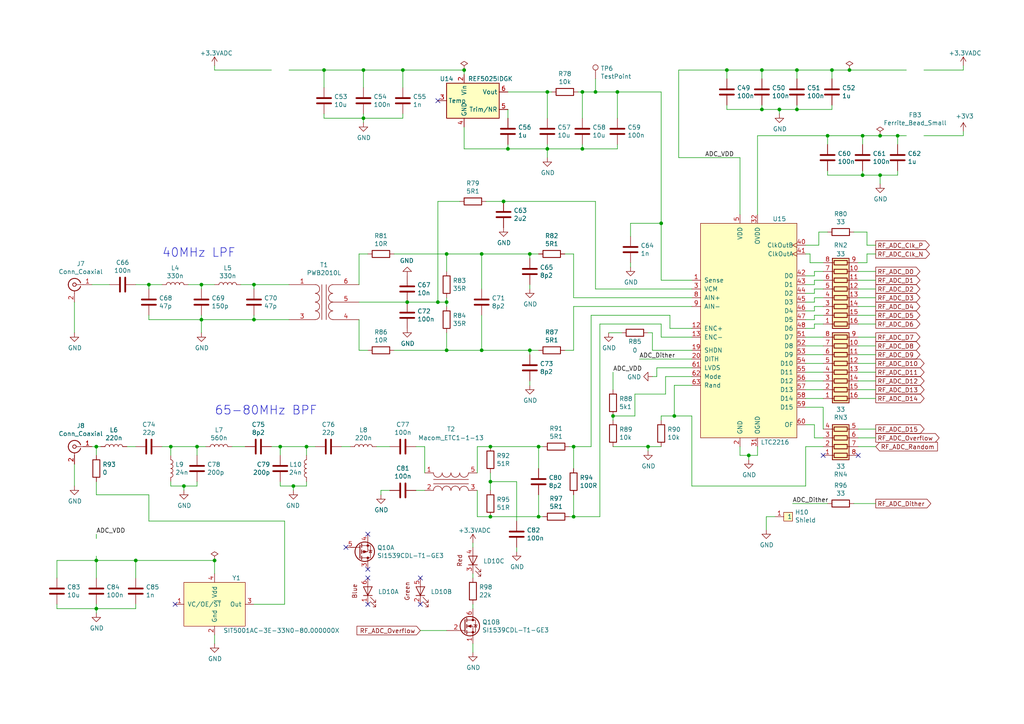
<source format=kicad_sch>
(kicad_sch (version 20210126) (generator eeschema)
  (paper "A4")
  (title_block (rev "DRAFT") (company "M0WUT"))
  (junction (at 27.94 129.54) (diameter 0.9144))
  (junction (at 27.94 162.56) (diameter 0.9144))
  (junction (at 27.94 176.53) (diameter 0.9144))
  (junction (at 39.37 162.56) (diameter 0.9144))
  (junction (at 43.18 82.55) (diameter 0.9144))
  (junction (at 49.53 129.54) (diameter 0.9144))
  (junction (at 53.34 140.97) (diameter 0.9144))
  (junction (at 57.15 129.54) (diameter 0.9144))
  (junction (at 58.42 82.55) (diameter 0.9144))
  (junction (at 58.42 92.71) (diameter 0.9144))
  (junction (at 62.23 162.56) (diameter 0.9144))
  (junction (at 73.66 82.55) (diameter 0.9144))
  (junction (at 73.66 92.71) (diameter 0.9144))
  (junction (at 81.28 129.54) (diameter 0.9144))
  (junction (at 85.09 140.97) (diameter 0.9144))
  (junction (at 88.9 129.54) (diameter 0.9144))
  (junction (at 93.98 20.32) (diameter 0.9144))
  (junction (at 105.41 20.32) (diameter 0.9144))
  (junction (at 105.41 34.29) (diameter 0.9144))
  (junction (at 116.84 20.32) (diameter 0.9144))
  (junction (at 118.11 87.63) (diameter 0.9144))
  (junction (at 127 87.63) (diameter 0.9144))
  (junction (at 129.54 73.66) (diameter 0.9144))
  (junction (at 129.54 87.63) (diameter 0.9144))
  (junction (at 129.54 101.6) (diameter 0.9144))
  (junction (at 134.62 20.32) (diameter 0.9144))
  (junction (at 139.7 73.66) (diameter 0.9144))
  (junction (at 139.7 101.6) (diameter 0.9144))
  (junction (at 142.24 129.54) (diameter 0.9144))
  (junction (at 142.24 139.7) (diameter 0.9144))
  (junction (at 142.24 149.86) (diameter 0.9144))
  (junction (at 146.05 58.42) (diameter 0.9144))
  (junction (at 147.32 43.18) (diameter 0.9144))
  (junction (at 153.67 73.66) (diameter 0.9144))
  (junction (at 153.67 101.6) (diameter 0.9144))
  (junction (at 156.21 129.54) (diameter 0.9144))
  (junction (at 156.21 149.86) (diameter 0.9144))
  (junction (at 158.75 26.67) (diameter 0.9144))
  (junction (at 158.75 43.18) (diameter 0.9144))
  (junction (at 166.37 129.54) (diameter 0.9144))
  (junction (at 166.37 149.86) (diameter 0.9144))
  (junction (at 168.91 26.67) (diameter 0.9144))
  (junction (at 168.91 43.18) (diameter 0.9144))
  (junction (at 172.72 26.67) (diameter 0.9144))
  (junction (at 177.8 120.65) (diameter 0.9144))
  (junction (at 179.07 26.67) (diameter 0.9144))
  (junction (at 187.96 129.54) (diameter 0.9144))
  (junction (at 191.77 64.77) (diameter 0.9144))
  (junction (at 195.58 120.65) (diameter 0.9144))
  (junction (at 210.82 20.32) (diameter 0.9144))
  (junction (at 217.17 132.08) (diameter 0.9144))
  (junction (at 220.98 20.32) (diameter 0.9144))
  (junction (at 220.98 31.75) (diameter 0.9144))
  (junction (at 226.06 31.75) (diameter 0.9144))
  (junction (at 231.14 20.32) (diameter 0.9144))
  (junction (at 231.14 31.75) (diameter 0.9144))
  (junction (at 240.03 39.37) (diameter 0.9144))
  (junction (at 241.3 20.32) (diameter 0.9144))
  (junction (at 246.38 20.32) (diameter 0.9144))
  (junction (at 250.19 39.37) (diameter 0.9144))
  (junction (at 250.19 50.8) (diameter 0.9144))
  (junction (at 255.27 39.37) (diameter 0.9144))
  (junction (at 255.27 50.8) (diameter 0.9144))
  (junction (at 260.35 39.37) (diameter 0.9144))
  (no_connect (at 50.8 175.26))
  (no_connect (at 100.33 158.75))
  (no_connect (at 106.68 154.94))
  (no_connect (at 106.68 165.1))
  (no_connect (at 106.68 167.64))
  (no_connect (at 106.68 175.26))
  (no_connect (at 121.92 167.64))
  (no_connect (at 121.92 175.26))
  (no_connect (at 127 29.21))
  (no_connect (at 238.76 132.08))
  (no_connect (at 248.92 132.08))
  (wire (pts (xy 16.51 162.56) (xy 27.94 162.56)))
  (wire (pts (xy 16.51 167.64) (xy 16.51 162.56)))
  (wire (pts (xy 16.51 175.26) (xy 16.51 176.53)))
  (wire (pts (xy 16.51 176.53) (xy 27.94 176.53)))
  (wire (pts (xy 21.59 87.63) (xy 21.59 96.52)))
  (wire (pts (xy 21.59 140.97) (xy 21.59 134.62)))
  (wire (pts (xy 26.67 82.55) (xy 31.75 82.55)))
  (wire (pts (xy 26.67 129.54) (xy 27.94 129.54)))
  (wire (pts (xy 27.94 129.54) (xy 29.21 129.54)))
  (wire (pts (xy 27.94 132.08) (xy 27.94 129.54)))
  (wire (pts (xy 27.94 143.51) (xy 27.94 139.7)))
  (wire (pts (xy 27.94 143.51) (xy 43.18 143.51)))
  (wire (pts (xy 27.94 154.94) (xy 27.94 156.21)))
  (wire (pts (xy 27.94 161.29) (xy 27.94 162.56)))
  (wire (pts (xy 27.94 162.56) (xy 39.37 162.56)))
  (wire (pts (xy 27.94 167.64) (xy 27.94 162.56)))
  (wire (pts (xy 27.94 175.26) (xy 27.94 176.53)))
  (wire (pts (xy 27.94 176.53) (xy 39.37 176.53)))
  (wire (pts (xy 27.94 177.8) (xy 27.94 176.53)))
  (wire (pts (xy 36.83 129.54) (xy 39.37 129.54)))
  (wire (pts (xy 39.37 82.55) (xy 43.18 82.55)))
  (wire (pts (xy 39.37 162.56) (xy 62.23 162.56)))
  (wire (pts (xy 39.37 167.64) (xy 39.37 162.56)))
  (wire (pts (xy 39.37 176.53) (xy 39.37 175.26)))
  (wire (pts (xy 43.18 82.55) (xy 46.99 82.55)))
  (wire (pts (xy 43.18 83.82) (xy 43.18 82.55)))
  (wire (pts (xy 43.18 92.71) (xy 43.18 91.44)))
  (wire (pts (xy 43.18 143.51) (xy 43.18 151.13)))
  (wire (pts (xy 43.18 151.13) (xy 82.55 151.13)))
  (wire (pts (xy 46.99 129.54) (xy 49.53 129.54)))
  (wire (pts (xy 49.53 129.54) (xy 57.15 129.54)))
  (wire (pts (xy 49.53 132.08) (xy 49.53 129.54)))
  (wire (pts (xy 49.53 139.7) (xy 49.53 140.97)))
  (wire (pts (xy 49.53 140.97) (xy 53.34 140.97)))
  (wire (pts (xy 53.34 140.97) (xy 57.15 140.97)))
  (wire (pts (xy 53.34 142.24) (xy 53.34 140.97)))
  (wire (pts (xy 54.61 82.55) (xy 58.42 82.55)))
  (wire (pts (xy 57.15 129.54) (xy 57.15 132.08)))
  (wire (pts (xy 57.15 140.97) (xy 57.15 139.7)))
  (wire (pts (xy 58.42 82.55) (xy 62.23 82.55)))
  (wire (pts (xy 58.42 83.82) (xy 58.42 82.55)))
  (wire (pts (xy 58.42 91.44) (xy 58.42 92.71)))
  (wire (pts (xy 58.42 92.71) (xy 43.18 92.71)))
  (wire (pts (xy 58.42 92.71) (xy 58.42 96.52)))
  (wire (pts (xy 58.42 92.71) (xy 73.66 92.71)))
  (wire (pts (xy 59.69 129.54) (xy 57.15 129.54)))
  (wire (pts (xy 62.23 19.05) (xy 62.23 20.32)))
  (wire (pts (xy 62.23 20.32) (xy 78.74 20.32)))
  (wire (pts (xy 62.23 162.56) (xy 62.23 166.37)))
  (wire (pts (xy 62.23 186.69) (xy 62.23 184.15)))
  (wire (pts (xy 67.31 129.54) (xy 71.12 129.54)))
  (wire (pts (xy 73.66 82.55) (xy 69.85 82.55)))
  (wire (pts (xy 73.66 83.82) (xy 73.66 82.55)))
  (wire (pts (xy 73.66 92.71) (xy 73.66 91.44)))
  (wire (pts (xy 73.66 175.26) (xy 82.55 175.26)))
  (wire (pts (xy 78.74 129.54) (xy 81.28 129.54)))
  (wire (pts (xy 81.28 129.54) (xy 81.28 132.08)))
  (wire (pts (xy 81.28 129.54) (xy 88.9 129.54)))
  (wire (pts (xy 81.28 140.97) (xy 81.28 139.7)))
  (wire (pts (xy 82.55 151.13) (xy 82.55 175.26)))
  (wire (pts (xy 83.82 20.32) (xy 93.98 20.32)))
  (wire (pts (xy 83.82 82.55) (xy 73.66 82.55)))
  (wire (pts (xy 83.82 92.71) (xy 73.66 92.71)))
  (wire (pts (xy 85.09 140.97) (xy 81.28 140.97)))
  (wire (pts (xy 85.09 142.24) (xy 85.09 140.97)))
  (wire (pts (xy 88.9 132.08) (xy 88.9 129.54)))
  (wire (pts (xy 88.9 139.7) (xy 88.9 140.97)))
  (wire (pts (xy 88.9 140.97) (xy 85.09 140.97)))
  (wire (pts (xy 91.44 129.54) (xy 88.9 129.54)))
  (wire (pts (xy 93.98 20.32) (xy 105.41 20.32)))
  (wire (pts (xy 93.98 25.4) (xy 93.98 20.32)))
  (wire (pts (xy 93.98 33.02) (xy 93.98 34.29)))
  (wire (pts (xy 93.98 34.29) (xy 105.41 34.29)))
  (wire (pts (xy 101.6 129.54) (xy 99.06 129.54)))
  (wire (pts (xy 104.14 73.66) (xy 104.14 82.55)))
  (wire (pts (xy 104.14 87.63) (xy 118.11 87.63)))
  (wire (pts (xy 104.14 92.71) (xy 104.14 101.6)))
  (wire (pts (xy 104.14 101.6) (xy 106.68 101.6)))
  (wire (pts (xy 105.41 20.32) (xy 116.84 20.32)))
  (wire (pts (xy 105.41 25.4) (xy 105.41 20.32)))
  (wire (pts (xy 105.41 33.02) (xy 105.41 34.29)))
  (wire (pts (xy 105.41 34.29) (xy 116.84 34.29)))
  (wire (pts (xy 105.41 35.56) (xy 105.41 34.29)))
  (wire (pts (xy 106.68 73.66) (xy 104.14 73.66)))
  (wire (pts (xy 109.22 129.54) (xy 113.03 129.54)))
  (wire (pts (xy 110.49 142.24) (xy 110.49 143.51)))
  (wire (pts (xy 113.03 142.24) (xy 110.49 142.24)))
  (wire (pts (xy 114.3 73.66) (xy 129.54 73.66)))
  (wire (pts (xy 114.3 101.6) (xy 129.54 101.6)))
  (wire (pts (xy 116.84 20.32) (xy 134.62 20.32)))
  (wire (pts (xy 116.84 25.4) (xy 116.84 20.32)))
  (wire (pts (xy 116.84 34.29) (xy 116.84 33.02)))
  (wire (pts (xy 118.11 87.63) (xy 127 87.63)))
  (wire (pts (xy 120.65 129.54) (xy 123.19 129.54)))
  (wire (pts (xy 120.65 142.24) (xy 123.19 142.24)))
  (wire (pts (xy 123.19 137.16) (xy 123.19 129.54)))
  (wire (pts (xy 127 58.42) (xy 127 87.63)))
  (wire (pts (xy 127 87.63) (xy 129.54 87.63)))
  (wire (pts (xy 129.54 73.66) (xy 129.54 78.74)))
  (wire (pts (xy 129.54 73.66) (xy 139.7 73.66)))
  (wire (pts (xy 129.54 87.63) (xy 129.54 86.36)))
  (wire (pts (xy 129.54 88.9) (xy 129.54 87.63)))
  (wire (pts (xy 129.54 101.6) (xy 129.54 96.52)))
  (wire (pts (xy 129.54 101.6) (xy 139.7 101.6)))
  (wire (pts (xy 129.54 182.88) (xy 121.92 182.88)))
  (wire (pts (xy 133.35 58.42) (xy 127 58.42)))
  (wire (pts (xy 134.62 21.59) (xy 134.62 20.32)))
  (wire (pts (xy 134.62 36.83) (xy 134.62 43.18)))
  (wire (pts (xy 134.62 43.18) (xy 147.32 43.18)))
  (wire (pts (xy 137.16 157.48) (xy 137.16 158.75)))
  (wire (pts (xy 137.16 166.37) (xy 137.16 167.64)))
  (wire (pts (xy 137.16 175.26) (xy 137.16 176.53)))
  (wire (pts (xy 137.16 189.23) (xy 137.16 186.69)))
  (wire (pts (xy 138.43 129.54) (xy 142.24 129.54)))
  (wire (pts (xy 138.43 137.16) (xy 138.43 129.54)))
  (wire (pts (xy 138.43 149.86) (xy 138.43 142.24)))
  (wire (pts (xy 138.43 149.86) (xy 142.24 149.86)))
  (wire (pts (xy 139.7 73.66) (xy 139.7 83.82)))
  (wire (pts (xy 139.7 73.66) (xy 153.67 73.66)))
  (wire (pts (xy 139.7 91.44) (xy 139.7 101.6)))
  (wire (pts (xy 139.7 101.6) (xy 153.67 101.6)))
  (wire (pts (xy 140.97 58.42) (xy 146.05 58.42)))
  (wire (pts (xy 142.24 137.16) (xy 142.24 139.7)))
  (wire (pts (xy 142.24 139.7) (xy 142.24 142.24)))
  (wire (pts (xy 142.24 139.7) (xy 149.86 139.7)))
  (wire (pts (xy 142.24 149.86) (xy 156.21 149.86)))
  (wire (pts (xy 146.05 58.42) (xy 172.72 58.42)))
  (wire (pts (xy 147.32 26.67) (xy 158.75 26.67)))
  (wire (pts (xy 147.32 31.75) (xy 147.32 34.29)))
  (wire (pts (xy 147.32 41.91) (xy 147.32 43.18)))
  (wire (pts (xy 147.32 43.18) (xy 158.75 43.18)))
  (wire (pts (xy 149.86 139.7) (xy 149.86 151.13)))
  (wire (pts (xy 149.86 160.02) (xy 149.86 158.75)))
  (wire (pts (xy 153.67 73.66) (xy 153.67 74.93)))
  (wire (pts (xy 153.67 73.66) (xy 156.21 73.66)))
  (wire (pts (xy 153.67 82.55) (xy 153.67 83.82)))
  (wire (pts (xy 153.67 101.6) (xy 153.67 102.87)))
  (wire (pts (xy 153.67 101.6) (xy 156.21 101.6)))
  (wire (pts (xy 153.67 110.49) (xy 153.67 111.76)))
  (wire (pts (xy 156.21 129.54) (xy 142.24 129.54)))
  (wire (pts (xy 156.21 129.54) (xy 157.48 129.54)))
  (wire (pts (xy 156.21 135.89) (xy 156.21 129.54)))
  (wire (pts (xy 156.21 149.86) (xy 156.21 143.51)))
  (wire (pts (xy 156.21 149.86) (xy 157.48 149.86)))
  (wire (pts (xy 158.75 26.67) (xy 160.02 26.67)))
  (wire (pts (xy 158.75 34.29) (xy 158.75 26.67)))
  (wire (pts (xy 158.75 41.91) (xy 158.75 43.18)))
  (wire (pts (xy 158.75 43.18) (xy 168.91 43.18)))
  (wire (pts (xy 158.75 45.72) (xy 158.75 43.18)))
  (wire (pts (xy 163.83 73.66) (xy 166.37 73.66)))
  (wire (pts (xy 163.83 101.6) (xy 166.37 101.6)))
  (wire (pts (xy 165.1 129.54) (xy 166.37 129.54)))
  (wire (pts (xy 165.1 149.86) (xy 166.37 149.86)))
  (wire (pts (xy 166.37 73.66) (xy 166.37 86.36)))
  (wire (pts (xy 166.37 86.36) (xy 200.66 86.36)))
  (wire (pts (xy 166.37 88.9) (xy 200.66 88.9)))
  (wire (pts (xy 166.37 101.6) (xy 166.37 88.9)))
  (wire (pts (xy 166.37 129.54) (xy 171.45 129.54)))
  (wire (pts (xy 166.37 135.89) (xy 166.37 129.54)))
  (wire (pts (xy 166.37 143.51) (xy 166.37 149.86)))
  (wire (pts (xy 166.37 149.86) (xy 173.99 149.86)))
  (wire (pts (xy 167.64 26.67) (xy 168.91 26.67)))
  (wire (pts (xy 168.91 26.67) (xy 168.91 34.29)))
  (wire (pts (xy 168.91 26.67) (xy 172.72 26.67)))
  (wire (pts (xy 168.91 43.18) (xy 168.91 41.91)))
  (wire (pts (xy 168.91 43.18) (xy 179.07 43.18)))
  (wire (pts (xy 171.45 91.44) (xy 171.45 129.54)))
  (wire (pts (xy 171.45 91.44) (xy 194.31 91.44)))
  (wire (pts (xy 172.72 26.67) (xy 172.72 22.86)))
  (wire (pts (xy 172.72 26.67) (xy 179.07 26.67)))
  (wire (pts (xy 172.72 58.42) (xy 172.72 83.82)))
  (wire (pts (xy 172.72 83.82) (xy 200.66 83.82)))
  (wire (pts (xy 173.99 93.98) (xy 173.99 149.86)))
  (wire (pts (xy 173.99 93.98) (xy 191.77 93.98)))
  (wire (pts (xy 176.53 96.52) (xy 180.34 96.52)))
  (wire (pts (xy 177.8 107.95) (xy 177.8 113.03)))
  (wire (pts (xy 177.8 120.65) (xy 177.8 121.92)))
  (wire (pts (xy 177.8 129.54) (xy 187.96 129.54)))
  (wire (pts (xy 179.07 26.67) (xy 179.07 34.29)))
  (wire (pts (xy 179.07 26.67) (xy 191.77 26.67)))
  (wire (pts (xy 179.07 43.18) (xy 179.07 41.91)))
  (wire (pts (xy 182.88 64.77) (xy 191.77 64.77)))
  (wire (pts (xy 182.88 68.58) (xy 182.88 64.77)))
  (wire (pts (xy 182.88 77.47) (xy 182.88 76.2)))
  (wire (pts (xy 184.15 114.3) (xy 184.15 120.65)))
  (wire (pts (xy 184.15 114.3) (xy 193.04 114.3)))
  (wire (pts (xy 184.15 120.65) (xy 177.8 120.65)))
  (wire (pts (xy 185.42 104.14) (xy 200.66 104.14)))
  (wire (pts (xy 187.96 96.52) (xy 189.23 96.52)))
  (wire (pts (xy 187.96 129.54) (xy 191.77 129.54)))
  (wire (pts (xy 187.96 130.81) (xy 187.96 129.54)))
  (wire (pts (xy 189.23 96.52) (xy 189.23 101.6)))
  (wire (pts (xy 189.23 101.6) (xy 200.66 101.6)))
  (wire (pts (xy 189.23 109.22) (xy 190.5 109.22)))
  (wire (pts (xy 190.5 106.68) (xy 200.66 106.68)))
  (wire (pts (xy 190.5 109.22) (xy 190.5 106.68)))
  (wire (pts (xy 191.77 26.67) (xy 191.77 64.77)))
  (wire (pts (xy 191.77 64.77) (xy 191.77 81.28)))
  (wire (pts (xy 191.77 81.28) (xy 200.66 81.28)))
  (wire (pts (xy 191.77 93.98) (xy 191.77 97.79)))
  (wire (pts (xy 191.77 97.79) (xy 200.66 97.79)))
  (wire (pts (xy 191.77 120.65) (xy 191.77 121.92)))
  (wire (pts (xy 193.04 109.22) (xy 193.04 114.3)))
  (wire (pts (xy 194.31 91.44) (xy 194.31 95.25)))
  (wire (pts (xy 194.31 95.25) (xy 200.66 95.25)))
  (wire (pts (xy 195.58 111.76) (xy 195.58 120.65)))
  (wire (pts (xy 195.58 120.65) (xy 191.77 120.65)))
  (wire (pts (xy 196.85 20.32) (xy 196.85 45.72)))
  (wire (pts (xy 196.85 20.32) (xy 210.82 20.32)))
  (wire (pts (xy 196.85 45.72) (xy 214.63 45.72)))
  (wire (pts (xy 200.66 109.22) (xy 193.04 109.22)))
  (wire (pts (xy 200.66 111.76) (xy 195.58 111.76)))
  (wire (pts (xy 200.66 120.65) (xy 195.58 120.65)))
  (wire (pts (xy 200.66 140.97) (xy 200.66 120.65)))
  (wire (pts (xy 210.82 20.32) (xy 210.82 22.86)))
  (wire (pts (xy 210.82 20.32) (xy 220.98 20.32)))
  (wire (pts (xy 210.82 30.48) (xy 210.82 31.75)))
  (wire (pts (xy 210.82 31.75) (xy 220.98 31.75)))
  (wire (pts (xy 214.63 45.72) (xy 214.63 62.23)))
  (wire (pts (xy 214.63 129.54) (xy 214.63 132.08)))
  (wire (pts (xy 214.63 132.08) (xy 217.17 132.08)))
  (wire (pts (xy 217.17 132.08) (xy 219.71 132.08)))
  (wire (pts (xy 217.17 133.35) (xy 217.17 132.08)))
  (wire (pts (xy 219.71 39.37) (xy 219.71 62.23)))
  (wire (pts (xy 219.71 39.37) (xy 240.03 39.37)))
  (wire (pts (xy 219.71 132.08) (xy 219.71 129.54)))
  (wire (pts (xy 220.98 20.32) (xy 231.14 20.32)))
  (wire (pts (xy 220.98 22.86) (xy 220.98 20.32)))
  (wire (pts (xy 220.98 30.48) (xy 220.98 31.75)))
  (wire (pts (xy 220.98 31.75) (xy 226.06 31.75)))
  (wire (pts (xy 222.25 149.86) (xy 222.25 153.67)))
  (wire (pts (xy 224.79 149.86) (xy 222.25 149.86)))
  (wire (pts (xy 226.06 31.75) (xy 231.14 31.75)))
  (wire (pts (xy 226.06 33.02) (xy 226.06 31.75)))
  (wire (pts (xy 231.14 20.32) (xy 241.3 20.32)))
  (wire (pts (xy 231.14 22.86) (xy 231.14 20.32)))
  (wire (pts (xy 231.14 30.48) (xy 231.14 31.75)))
  (wire (pts (xy 233.68 71.12) (xy 237.49 71.12)))
  (wire (pts (xy 233.68 80.01) (xy 236.22 80.01)))
  (wire (pts (xy 233.68 82.55) (xy 236.22 82.55)))
  (wire (pts (xy 233.68 85.09) (xy 236.22 85.09)))
  (wire (pts (xy 233.68 87.63) (xy 236.22 87.63)))
  (wire (pts (xy 233.68 90.17) (xy 236.22 90.17)))
  (wire (pts (xy 233.68 92.71) (xy 236.22 92.71)))
  (wire (pts (xy 233.68 95.25) (xy 236.22 95.25)))
  (wire (pts (xy 233.68 97.79) (xy 238.76 97.79)))
  (wire (pts (xy 233.68 100.33) (xy 238.76 100.33)))
  (wire (pts (xy 233.68 102.87) (xy 238.76 102.87)))
  (wire (pts (xy 233.68 105.41) (xy 238.76 105.41)))
  (wire (pts (xy 233.68 107.95) (xy 238.76 107.95)))
  (wire (pts (xy 233.68 110.49) (xy 238.76 110.49)))
  (wire (pts (xy 233.68 113.03) (xy 238.76 113.03)))
  (wire (pts (xy 233.68 115.57) (xy 238.76 115.57)))
  (wire (pts (xy 233.68 118.11) (xy 238.76 118.11)))
  (wire (pts (xy 233.68 129.54) (xy 233.68 140.97)))
  (wire (pts (xy 233.68 129.54) (xy 238.76 129.54)))
  (wire (pts (xy 233.68 140.97) (xy 200.66 140.97)))
  (wire (pts (xy 234.95 73.66) (xy 233.68 73.66)))
  (wire (pts (xy 234.95 76.2) (xy 234.95 73.66)))
  (wire (pts (xy 234.95 76.2) (xy 238.76 76.2)))
  (wire (pts (xy 236.22 78.74) (xy 238.76 78.74)))
  (wire (pts (xy 236.22 80.01) (xy 236.22 78.74)))
  (wire (pts (xy 236.22 81.28) (xy 238.76 81.28)))
  (wire (pts (xy 236.22 82.55) (xy 236.22 81.28)))
  (wire (pts (xy 236.22 83.82) (xy 238.76 83.82)))
  (wire (pts (xy 236.22 85.09) (xy 236.22 83.82)))
  (wire (pts (xy 236.22 86.36) (xy 238.76 86.36)))
  (wire (pts (xy 236.22 87.63) (xy 236.22 86.36)))
  (wire (pts (xy 236.22 88.9) (xy 238.76 88.9)))
  (wire (pts (xy 236.22 90.17) (xy 236.22 88.9)))
  (wire (pts (xy 236.22 91.44) (xy 238.76 91.44)))
  (wire (pts (xy 236.22 92.71) (xy 236.22 91.44)))
  (wire (pts (xy 236.22 93.98) (xy 238.76 93.98)))
  (wire (pts (xy 236.22 95.25) (xy 236.22 93.98)))
  (wire (pts (xy 236.22 123.19) (xy 233.68 123.19)))
  (wire (pts (xy 236.22 127) (xy 236.22 123.19)))
  (wire (pts (xy 237.49 67.31) (xy 240.03 67.31)))
  (wire (pts (xy 237.49 71.12) (xy 237.49 67.31)))
  (wire (pts (xy 238.76 118.11) (xy 238.76 124.46)))
  (wire (pts (xy 238.76 127) (xy 236.22 127)))
  (wire (pts (xy 240.03 39.37) (xy 250.19 39.37)))
  (wire (pts (xy 240.03 41.91) (xy 240.03 39.37)))
  (wire (pts (xy 240.03 49.53) (xy 240.03 50.8)))
  (wire (pts (xy 240.03 50.8) (xy 250.19 50.8)))
  (wire (pts (xy 240.03 146.05) (xy 229.87 146.05)))
  (wire (pts (xy 241.3 20.32) (xy 246.38 20.32)))
  (wire (pts (xy 241.3 22.86) (xy 241.3 20.32)))
  (wire (pts (xy 241.3 30.48) (xy 241.3 31.75)))
  (wire (pts (xy 241.3 31.75) (xy 231.14 31.75)))
  (wire (pts (xy 246.38 20.32) (xy 262.89 20.32)))
  (wire (pts (xy 247.65 67.31) (xy 251.46 67.31)))
  (wire (pts (xy 247.65 146.05) (xy 254 146.05)))
  (wire (pts (xy 248.92 76.2) (xy 251.46 76.2)))
  (wire (pts (xy 248.92 78.74) (xy 254 78.74)))
  (wire (pts (xy 248.92 81.28) (xy 254 81.28)))
  (wire (pts (xy 248.92 83.82) (xy 254 83.82)))
  (wire (pts (xy 248.92 86.36) (xy 254 86.36)))
  (wire (pts (xy 248.92 88.9) (xy 254 88.9)))
  (wire (pts (xy 248.92 91.44) (xy 254 91.44)))
  (wire (pts (xy 248.92 93.98) (xy 254 93.98)))
  (wire (pts (xy 248.92 97.79) (xy 254 97.79)))
  (wire (pts (xy 248.92 100.33) (xy 254 100.33)))
  (wire (pts (xy 248.92 102.87) (xy 254 102.87)))
  (wire (pts (xy 248.92 105.41) (xy 254 105.41)))
  (wire (pts (xy 248.92 107.95) (xy 254 107.95)))
  (wire (pts (xy 248.92 110.49) (xy 254 110.49)))
  (wire (pts (xy 248.92 113.03) (xy 254 113.03)))
  (wire (pts (xy 248.92 115.57) (xy 254 115.57)))
  (wire (pts (xy 248.92 124.46) (xy 254 124.46)))
  (wire (pts (xy 248.92 127) (xy 254 127)))
  (wire (pts (xy 248.92 129.54) (xy 254 129.54)))
  (wire (pts (xy 250.19 39.37) (xy 255.27 39.37)))
  (wire (pts (xy 250.19 41.91) (xy 250.19 39.37)))
  (wire (pts (xy 250.19 49.53) (xy 250.19 50.8)))
  (wire (pts (xy 250.19 50.8) (xy 255.27 50.8)))
  (wire (pts (xy 251.46 67.31) (xy 251.46 71.12)))
  (wire (pts (xy 251.46 71.12) (xy 254 71.12)))
  (wire (pts (xy 251.46 73.66) (xy 254 73.66)))
  (wire (pts (xy 251.46 76.2) (xy 251.46 73.66)))
  (wire (pts (xy 255.27 39.37) (xy 260.35 39.37)))
  (wire (pts (xy 255.27 50.8) (xy 260.35 50.8)))
  (wire (pts (xy 255.27 53.34) (xy 255.27 50.8)))
  (wire (pts (xy 260.35 39.37) (xy 260.35 41.91)))
  (wire (pts (xy 260.35 39.37) (xy 262.89 39.37)))
  (wire (pts (xy 260.35 50.8) (xy 260.35 49.53)))
  (wire (pts (xy 267.97 20.32) (xy 279.4 20.32)))
  (wire (pts (xy 267.97 39.37) (xy 279.4 39.37)))
  (wire (pts (xy 279.4 20.32) (xy 279.4 19.05)))
  (wire (pts (xy 279.4 39.37) (xy 279.4 38.1)))
  (text "40MHz LPF" (at 46.99 74.93 0) (effects (font (size 2.54 2.54)) (justify left bottom)))
  (text "65-80MHz BPF" (at 62.23 120.65 0) (effects (font (size 2.54 2.54)) (justify left bottom)))
  (label "ADC_VDD" (at 27.94 154.94 0))
  (label "ADC_VDD" (at 177.8 107.95 0))
  (label "ADC_Dither" (at 185.42 104.14 0))
  (label "ADC_VDD" (at 204.47 45.72 0))
  (label "ADC_Dither" (at 229.87 146.05 0))
  (global_label "RF_ADC_Overflow" (shape input) (at 121.92 182.88 180) (property "Intersheet References" "${INTERSHEET_REFS}" (effects hide)))
  (global_label "RF_ADC_Clk_P" (shape output) (at 254 71.12 0) (property "Intersheet References" "${INTERSHEET_REFS}" (effects hide)))
  (global_label "RF_ADC_Clk_N" (shape output) (at 254 73.66 0) (property "Intersheet References" "${INTERSHEET_REFS}" (effects hide)))
  (global_label "RF_ADC_D0" (shape output) (at 254 78.74 0) (property "Intersheet References" "${INTERSHEET_REFS}" (effects hide)))
  (global_label "RF_ADC_D1" (shape output) (at 254 81.28 0) (property "Intersheet References" "${INTERSHEET_REFS}" (effects hide)))
  (global_label "RF_ADC_D2" (shape output) (at 254 83.82 0) (property "Intersheet References" "${INTERSHEET_REFS}" (effects hide)))
  (global_label "RF_ADC_D3" (shape output) (at 254 86.36 0) (property "Intersheet References" "${INTERSHEET_REFS}" (effects hide)))
  (global_label "RF_ADC_D4" (shape output) (at 254 88.9 0) (property "Intersheet References" "${INTERSHEET_REFS}" (effects hide)))
  (global_label "RF_ADC_D5" (shape output) (at 254 91.44 0) (property "Intersheet References" "${INTERSHEET_REFS}" (effects hide)))
  (global_label "RF_ADC_D6" (shape output) (at 254 93.98 0) (property "Intersheet References" "${INTERSHEET_REFS}" (effects hide)))
  (global_label "RF_ADC_D7" (shape output) (at 254 97.79 0) (property "Intersheet References" "${INTERSHEET_REFS}" (effects hide)))
  (global_label "RF_ADC_D8" (shape output) (at 254 100.33 0) (property "Intersheet References" "${INTERSHEET_REFS}" (effects hide)))
  (global_label "RF_ADC_D9" (shape output) (at 254 102.87 0) (property "Intersheet References" "${INTERSHEET_REFS}" (effects hide)))
  (global_label "RF_ADC_D10" (shape output) (at 254 105.41 0) (property "Intersheet References" "${INTERSHEET_REFS}" (effects hide)))
  (global_label "RF_ADC_D11" (shape output) (at 254 107.95 0) (property "Intersheet References" "${INTERSHEET_REFS}" (effects hide)))
  (global_label "RF_ADC_D12" (shape output) (at 254 110.49 0) (property "Intersheet References" "${INTERSHEET_REFS}" (effects hide)))
  (global_label "RF_ADC_D13" (shape output) (at 254 113.03 0) (property "Intersheet References" "${INTERSHEET_REFS}" (effects hide)))
  (global_label "RF_ADC_D14" (shape output) (at 254 115.57 0) (property "Intersheet References" "${INTERSHEET_REFS}" (effects hide)))
  (global_label "RF_ADC_D15" (shape output) (at 254 124.46 0) (property "Intersheet References" "${INTERSHEET_REFS}" (effects hide)))
  (global_label "RF_ADC_Overflow" (shape output) (at 254 127 0) (property "Intersheet References" "${INTERSHEET_REFS}" (effects hide)))
  (global_label "RF_ADC_Random" (shape input) (at 254 129.54 0) (property "Intersheet References" "${INTERSHEET_REFS}" (effects hide)))
  (global_label "RF_ADC_Dither" (shape output) (at 254 146.05 0) (property "Intersheet References" "${INTERSHEET_REFS}" (effects hide)))
  (symbol (lib_id "power:+3.3VADC") (at 62.23 19.05 0) (unit 1)
    (property "Reference" "#PWR084" (effects hide))
    (property "Value" "+3.3VADC" (at 62.738 15.4178 0))
  )
  (symbol (lib_id "power:+3.3VADC") (at 137.16 157.48 0) (unit 1)
    (property "Reference" "#PWR0108" (effects hide))
    (property "Value" "+3.3VADC" (at 137.668 153.8478 0))
  )
  (symbol (lib_id "power:+3.3VADC") (at 279.4 19.05 0) (unit 1)
    (property "Reference" "#PWR085" (effects hide))
    (property "Value" "+3.3VADC" (at 279.908 15.4178 0))
  )
  (symbol (lib_id "power:+3.3V") (at 279.4 38.1 0) (unit 1)
    (property "Reference" "#PWR088" (effects hide))
    (property "Value" "+3.3V" (at 279.781 33.7058 0))
  )
  (symbol (lib_id "power:PWR_FLAG") (at 62.23 162.56 0) (unit 1)
    (property "Reference" "#FLG018" (effects hide))
    (property "Value" "PWR_FLAG" (effects hide))
  )
  (symbol (lib_id "power:PWR_FLAG") (at 134.62 20.32 0) (unit 1)
    (property "Reference" "#FLG015" (effects hide))
    (property "Value" "PWR_FLAG" (effects hide))
  )
  (symbol (lib_id "power:PWR_FLAG") (at 246.38 20.32 0) (unit 1)
    (property "Reference" "#FLG016" (effects hide))
    (property "Value" "PWR_FLAG" (effects hide))
  )
  (symbol (lib_id "power:PWR_FLAG") (at 255.27 39.37 0) (unit 1)
    (property "Reference" "#FLG017" (effects hide))
    (property "Value" "PWR_FLAG" (effects hide))
  )
  (symbol (lib_id "Connector:TestPoint") (at 172.72 22.86 0) (unit 1)
    (property "Reference" "TP6" (at 174.1932 19.8628 0) (effects (justify left)))
    (property "Value" "TestPoint" (at 174.1932 22.1742 0) (effects (justify left)))
    (property "Footprint" "TestPoint:TestPoint_Pad_D1.5mm" (effects hide))
  )
  (symbol (lib_id "power:GND") (at 21.59 96.52 0) (unit 1)
    (property "Reference" "#PWR096" (effects hide))
    (property "Value" "GND" (at 21.717 100.9142 0))
  )
  (symbol (lib_id "power:GND") (at 21.59 140.97 0) (unit 1)
    (property "Reference" "#PWR0103" (effects hide))
    (property "Value" "GND" (at 21.717 145.3642 0))
  )
  (symbol (lib_id "power:GND") (at 27.94 177.8 0) (unit 1)
    (property "Reference" "#PWR0110" (effects hide))
    (property "Value" "GND" (at 28.067 182.1942 0))
  )
  (symbol (lib_id "power:GND") (at 53.34 142.24 0) (unit 1)
    (property "Reference" "#PWR0104" (effects hide))
    (property "Value" "GND" (at 53.467 146.6342 0))
  )
  (symbol (lib_id "power:GND") (at 58.42 96.52 0) (unit 1)
    (property "Reference" "#PWR097" (effects hide))
    (property "Value" "GND" (at 58.547 100.9142 0))
  )
  (symbol (lib_id "power:GND") (at 62.23 186.69 0) (unit 1)
    (property "Reference" "#PWR0111" (effects hide))
    (property "Value" "GND" (at 62.357 191.0842 0))
  )
  (symbol (lib_id "power:GND") (at 85.09 142.24 0) (mirror y) (unit 1)
    (property "Reference" "#PWR0105" (effects hide))
    (property "Value" "GND" (at 84.963 146.6342 0))
  )
  (symbol (lib_id "power:GND") (at 105.41 35.56 0) (unit 1)
    (property "Reference" "#PWR087" (effects hide))
    (property "Value" "GND" (at 105.537 39.9542 0))
  )
  (symbol (lib_id "power:GND") (at 110.49 143.51 0) (unit 1)
    (property "Reference" "#PWR0106" (effects hide))
    (property "Value" "GND" (at 110.617 147.9042 0))
  )
  (symbol (lib_id "power:GND") (at 118.11 80.01 180) (unit 1)
    (property "Reference" "#PWR093" (effects hide))
    (property "Value" "GND" (at 117.983 75.6158 0))
  )
  (symbol (lib_id "power:GND") (at 118.11 95.25 0) (unit 1)
    (property "Reference" "#PWR095" (effects hide))
    (property "Value" "GND" (at 118.237 99.6442 0))
  )
  (symbol (lib_id "power:GND") (at 137.16 189.23 0) (unit 1)
    (property "Reference" "#PWR0112" (effects hide))
    (property "Value" "GND" (at 137.287 193.6242 0))
  )
  (symbol (lib_id "power:GND") (at 146.05 66.04 0) (unit 1)
    (property "Reference" "#PWR091" (effects hide))
    (property "Value" "GND" (at 146.177 70.4342 0))
  )
  (symbol (lib_id "power:GND") (at 149.86 160.02 0) (unit 1)
    (property "Reference" "#PWR0109" (effects hide))
    (property "Value" "GND" (at 149.987 164.4142 0))
  )
  (symbol (lib_id "power:GND") (at 153.67 83.82 0) (unit 1)
    (property "Reference" "#PWR094" (effects hide))
    (property "Value" "GND" (at 153.797 88.2142 0))
  )
  (symbol (lib_id "power:GND") (at 153.67 111.76 0) (unit 1)
    (property "Reference" "#PWR0100" (effects hide))
    (property "Value" "GND" (at 153.797 116.1542 0))
  )
  (symbol (lib_id "power:GND") (at 158.75 45.72 0) (unit 1)
    (property "Reference" "#PWR089" (effects hide))
    (property "Value" "GND" (at 158.877 50.1142 0))
  )
  (symbol (lib_id "power:GND") (at 176.53 96.52 0) (unit 1)
    (property "Reference" "#PWR098" (effects hide))
    (property "Value" "GND" (at 176.657 100.9142 0))
  )
  (symbol (lib_id "power:GND") (at 182.88 77.47 0) (unit 1)
    (property "Reference" "#PWR092" (effects hide))
    (property "Value" "GND" (at 183.007 81.8642 0))
  )
  (symbol (lib_id "power:GND") (at 187.96 130.81 0) (unit 1)
    (property "Reference" "#PWR0101" (effects hide))
    (property "Value" "GND" (at 188.087 135.2042 0))
  )
  (symbol (lib_id "power:GND") (at 189.23 109.22 270) (unit 1)
    (property "Reference" "#PWR099" (effects hide))
    (property "Value" "GND" (at 185.9788 109.347 90) (effects (justify right)))
  )
  (symbol (lib_id "power:GND") (at 217.17 133.35 0) (unit 1)
    (property "Reference" "#PWR0102" (effects hide))
    (property "Value" "GND" (at 217.297 137.7442 0))
  )
  (symbol (lib_id "power:GND") (at 222.25 153.67 0) (unit 1)
    (property "Reference" "#PWR0107" (effects hide))
    (property "Value" "GND" (at 222.377 158.0642 0))
  )
  (symbol (lib_id "power:GND") (at 226.06 33.02 0) (unit 1)
    (property "Reference" "#PWR086" (effects hide))
    (property "Value" "GND" (at 226.187 37.4142 0))
  )
  (symbol (lib_id "power:GND") (at 255.27 53.34 0) (unit 1)
    (property "Reference" "#PWR090" (effects hide))
    (property "Value" "GND" (at 255.397 57.7342 0))
  )
  (symbol (lib_id "Device:L") (at 33.02 129.54 90) (unit 1)
    (property "Reference" "L6" (at 33.02 124.714 90))
    (property "Value" "220n" (at 33.02 127.0254 90))
    (property "Footprint" "Inductor_SMD:L_0805_2012Metric" (effects hide))
  )
  (symbol (lib_id "Device:L") (at 49.53 135.89 0) (unit 1)
    (property "Reference" "L9" (at 50.8508 134.7216 0) (effects (justify left)))
    (property "Value" "24n" (at 50.8508 137.033 0) (effects (justify left)))
    (property "Footprint" "Inductor_SMD:L_0805_2012Metric" (effects hide))
  )
  (symbol (lib_id "Device:L") (at 50.8 82.55 90) (unit 1)
    (property "Reference" "L4" (at 50.8 77.724 90))
    (property "Value" "330n" (at 50.8 80.0354 90))
    (property "Footprint" "Inductor_SMD:L_0805_2012Metric" (effects hide))
  )
  (symbol (lib_id "Device:L") (at 63.5 129.54 90) (unit 1)
    (property "Reference" "L7" (at 63.5 124.714 90))
    (property "Value" "560n" (at 63.5 127.0254 90))
    (property "Footprint" "Inductor_SMD:L_0805_2012Metric" (effects hide))
  )
  (symbol (lib_id "Device:L") (at 66.04 82.55 90) (unit 1)
    (property "Reference" "L5" (at 66.04 77.724 90))
    (property "Value" "330n" (at 66.04 80.0354 90))
    (property "Footprint" "Inductor_SMD:L_0805_2012Metric" (effects hide))
  )
  (symbol (lib_id "Device:L") (at 88.9 135.89 0) (mirror y) (unit 1)
    (property "Reference" "L10" (at 87.5792 134.7216 0) (effects (justify left)))
    (property "Value" "24n" (at 87.5792 137.033 0) (effects (justify left)))
    (property "Footprint" "Inductor_SMD:L_0805_2012Metric" (effects hide))
  )
  (symbol (lib_id "Device:L") (at 105.41 129.54 270) (mirror x) (unit 1)
    (property "Reference" "L8" (at 105.41 124.714 90))
    (property "Value" "220n" (at 105.41 127.0254 90))
    (property "Footprint" "Inductor_SMD:L_0805_2012Metric" (effects hide))
  )
  (symbol (lib_id "Shield_WUT:Shield") (at 227.33 149.86 0) (unit 1)
    (property "Reference" "H10" (at 230.5812 148.5646 0) (effects (justify left)))
    (property "Value" "Shield" (at 230.5812 150.876 0) (effects (justify left)))
    (property "Footprint" "Shield_WUT:Shield_Masach_MS585-10_58.2x49.4x4.7mm_SMD" (effects hide))
  )
  (symbol (lib_id "Device:R") (at 27.94 135.89 0) (unit 1)
    (property "Reference" "R93" (at 29.718 134.7216 0) (effects (justify left)))
    (property "Value" "0" (at 29.718 137.033 0) (effects (justify left)))
    (property "Footprint" "Resistor_SMD:R_0603_1608Metric" (effects hide))
  )
  (symbol (lib_id "Device:R") (at 110.49 73.66 270) (unit 1)
    (property "Reference" "R81" (at 110.49 68.4022 90))
    (property "Value" "10R" (at 110.49 70.7136 90))
    (property "Footprint" "Resistor_SMD:R_0402_1005Metric" (effects hide))
  )
  (symbol (lib_id "Device:R") (at 110.49 101.6 270) (unit 1)
    (property "Reference" "R86" (at 110.49 96.3422 90))
    (property "Value" "10R" (at 110.49 98.6536 90))
    (property "Footprint" "Resistor_SMD:R_0402_1005Metric" (effects hide))
  )
  (symbol (lib_id "Device:R") (at 129.54 82.55 0) (unit 1)
    (property "Reference" "R83" (at 131.318 81.3816 0) (effects (justify left)))
    (property "Value" "35R" (at 131.318 83.693 0) (effects (justify left)))
    (property "Footprint" "Resistor_SMD:R_0402_1005Metric" (effects hide))
  )
  (symbol (lib_id "Device:R") (at 129.54 92.71 0) (unit 1)
    (property "Reference" "R84" (at 131.318 91.5416 0) (effects (justify left)))
    (property "Value" "35R" (at 131.318 93.853 0) (effects (justify left)))
    (property "Footprint" "Resistor_SMD:R_0402_1005Metric" (effects hide))
  )
  (symbol (lib_id "Device:R") (at 137.16 58.42 270) (unit 1)
    (property "Reference" "R79" (at 137.16 53.1622 90))
    (property "Value" "5R1" (at 137.16 55.4736 90))
    (property "Footprint" "Resistor_SMD:R_0402_1005Metric" (effects hide))
  )
  (symbol (lib_id "Device:R") (at 137.16 171.45 0) (unit 1)
    (property "Reference" "R98" (at 138.938 170.2816 0) (effects (justify left)))
    (property "Value" "22k" (at 138.938 172.593 0) (effects (justify left)))
    (property "Footprint" "Resistor_SMD:R_0603_1608Metric" (effects hide))
  )
  (symbol (lib_id "Device:R") (at 142.24 133.35 0) (unit 1)
    (property "Reference" "R92" (at 144.018 132.1816 0) (effects (justify left)))
    (property "Value" "51R" (at 144.018 134.493 0) (effects (justify left)))
    (property "Footprint" "Resistor_SMD:R_0201_0603Metric" (effects hide))
  )
  (symbol (lib_id "Device:R") (at 142.24 146.05 0) (unit 1)
    (property "Reference" "R95" (at 144.018 144.8816 0) (effects (justify left)))
    (property "Value" "51R" (at 144.018 147.193 0) (effects (justify left)))
    (property "Footprint" "Resistor_SMD:R_0201_0603Metric" (effects hide))
  )
  (symbol (lib_id "Device:R") (at 160.02 73.66 270) (unit 1)
    (property "Reference" "R82" (at 160.02 68.4022 90))
    (property "Value" "5R1" (at 160.02 70.7136 90))
    (property "Footprint" "Resistor_SMD:R_0402_1005Metric" (effects hide))
  )
  (symbol (lib_id "Device:R") (at 160.02 101.6 270) (unit 1)
    (property "Reference" "R87" (at 160.02 96.3422 90))
    (property "Value" "5R1" (at 160.02 98.6536 90))
    (property "Footprint" "Resistor_SMD:R_0402_1005Metric" (effects hide))
  )
  (symbol (lib_id "Device:R") (at 161.29 129.54 270) (unit 1)
    (property "Reference" "R91" (at 161.29 124.2822 90))
    (property "Value" "5R1" (at 161.29 126.5936 90))
    (property "Footprint" "Resistor_SMD:R_0402_1005Metric" (effects hide))
  )
  (symbol (lib_id "Device:R") (at 161.29 149.86 270) (unit 1)
    (property "Reference" "R97" (at 161.29 144.6022 90))
    (property "Value" "5R1" (at 161.29 146.9136 90))
    (property "Footprint" "Resistor_SMD:R_0402_1005Metric" (effects hide))
  )
  (symbol (lib_id "Device:R") (at 163.83 26.67 270) (unit 1)
    (property "Reference" "R78" (at 163.83 21.4122 90))
    (property "Value" "10k" (at 163.83 23.7236 90))
    (property "Footprint" "Resistor_SMD:R_0603_1608Metric" (effects hide))
  )
  (symbol (lib_id "Device:R") (at 166.37 139.7 0) (unit 1)
    (property "Reference" "R94" (at 168.148 138.5316 0) (effects (justify left)))
    (property "Value" "100R" (at 168.148 140.843 0) (effects (justify left)))
    (property "Footprint" "Resistor_SMD:R_0402_1005Metric" (effects hide))
  )
  (symbol (lib_id "Device:R") (at 177.8 116.84 0) (unit 1)
    (property "Reference" "R88" (at 179.578 115.6716 0) (effects (justify left)))
    (property "Value" "5k1" (at 179.578 117.983 0) (effects (justify left)))
    (property "Footprint" "Resistor_SMD:R_0603_1608Metric" (effects hide))
  )
  (symbol (lib_id "Device:R") (at 177.8 125.73 0) (unit 1)
    (property "Reference" "R89" (at 179.578 124.5616 0) (effects (justify left)))
    (property "Value" "10k" (at 179.578 126.873 0) (effects (justify left)))
    (property "Footprint" "Resistor_SMD:R_0603_1608Metric" (effects hide))
  )
  (symbol (lib_id "Device:R") (at 184.15 96.52 90) (unit 1)
    (property "Reference" "R85" (at 184.15 99.06 90))
    (property "Value" "0" (at 184.15 101.6 90))
    (property "Footprint" "Resistor_SMD:R_0603_1608Metric" (effects hide))
  )
  (symbol (lib_id "Device:R") (at 191.77 125.73 0) (unit 1)
    (property "Reference" "R90" (at 193.548 124.5616 0) (effects (justify left)))
    (property "Value" "10k" (at 193.548 126.873 0) (effects (justify left)))
    (property "Footprint" "Resistor_SMD:R_0603_1608Metric" (effects hide))
  )
  (symbol (lib_id "Device:R") (at 243.84 67.31 270) (unit 1)
    (property "Reference" "R80" (at 243.84 62.0522 90))
    (property "Value" "33" (at 243.84 64.3636 90))
    (property "Footprint" "Resistor_SMD:R_0603_1608Metric" (effects hide))
  )
  (symbol (lib_id "Device:R") (at 243.84 146.05 270) (unit 1)
    (property "Reference" "R96" (at 243.84 140.7922 90))
    (property "Value" "33" (at 243.84 143.1036 90))
    (property "Footprint" "Resistor_SMD:R_0603_1608Metric" (effects hide))
  )
  (symbol (lib_id "Device:C") (at 16.51 171.45 0) (unit 1)
    (property "Reference" "C83" (at 19.431 170.2816 0) (effects (justify left)))
    (property "Value" "10u" (at 19.431 172.593 0) (effects (justify left)))
    (property "Footprint" "Capacitor_SMD:C_0603_1608Metric" (effects hide))
  )
  (symbol (lib_id "Device:C") (at 27.94 171.45 0) (unit 1)
    (property "Reference" "C84" (at 30.861 170.2816 0) (effects (justify left)))
    (property "Value" "100n" (at 30.861 172.593 0) (effects (justify left)))
    (property "Footprint" "Capacitor_SMD:C_0603_1608Metric" (effects hide))
  )
  (symbol (lib_id "Device:C") (at 35.56 82.55 270) (unit 1)
    (property "Reference" "C66" (at 35.56 76.1492 90))
    (property "Value" "100n" (at 35.56 78.4606 90))
    (property "Footprint" "Capacitor_SMD:C_0402_1005Metric" (effects hide))
  )
  (symbol (lib_id "Device:C") (at 39.37 171.45 0) (unit 1)
    (property "Reference" "C85" (at 42.291 170.2816 0) (effects (justify left)))
    (property "Value" "1n" (at 42.291 172.593 0) (effects (justify left)))
    (property "Footprint" "Capacitor_SMD:C_0603_1608Metric" (effects hide))
  )
  (symbol (lib_id "Device:C") (at 43.18 87.63 0) (unit 1)
    (property "Reference" "C68" (at 46.101 86.4616 0) (effects (justify left)))
    (property "Value" "47p" (at 46.101 88.773 0) (effects (justify left)))
    (property "Footprint" "Capacitor_SMD:C_0402_1005Metric" (effects hide))
  )
  (symbol (lib_id "Device:C") (at 43.18 129.54 270) (unit 1)
    (property "Reference" "C74" (at 43.18 123.1392 90))
    (property "Value" "22p" (at 43.18 125.4506 90))
    (property "Footprint" "Capacitor_SMD:C_0402_1005Metric" (effects hide))
  )
  (symbol (lib_id "Device:C") (at 57.15 135.89 0) (unit 1)
    (property "Reference" "C78" (at 60.071 134.7216 0) (effects (justify left)))
    (property "Value" "200p" (at 60.071 137.033 0) (effects (justify left)))
    (property "Footprint" "Capacitor_SMD:C_0402_1005Metric" (effects hide))
  )
  (symbol (lib_id "Device:C") (at 58.42 87.63 0) (unit 1)
    (property "Reference" "C69" (at 61.341 86.4616 0) (effects (justify left)))
    (property "Value" "150p" (at 61.341 88.773 0) (effects (justify left)))
    (property "Footprint" "Capacitor_SMD:C_0402_1005Metric" (effects hide))
  )
  (symbol (lib_id "Device:C") (at 73.66 87.63 0) (unit 1)
    (property "Reference" "C70" (at 76.581 86.4616 0) (effects (justify left)))
    (property "Value" "47p" (at 76.581 88.773 0) (effects (justify left)))
    (property "Footprint" "Capacitor_SMD:C_0402_1005Metric" (effects hide))
  )
  (symbol (lib_id "Device:C") (at 74.93 129.54 270) (unit 1)
    (property "Reference" "C75" (at 74.93 123.1392 90))
    (property "Value" "8p2" (at 74.93 125.4506 90))
    (property "Footprint" "Capacitor_SMD:C_0402_1005Metric" (effects hide))
  )
  (symbol (lib_id "Device:C") (at 81.28 135.89 0) (mirror y) (unit 1)
    (property "Reference" "C79" (at 78.359 134.7216 0) (effects (justify left)))
    (property "Value" "200p" (at 78.359 137.033 0) (effects (justify left)))
    (property "Footprint" "Capacitor_SMD:C_0402_1005Metric" (effects hide))
  )
  (symbol (lib_id "Device:C") (at 93.98 29.21 0) (unit 1)
    (property "Reference" "C53" (at 96.901 28.0416 0) (effects (justify left)))
    (property "Value" "10u" (at 96.901 30.353 0) (effects (justify left)))
    (property "Footprint" "Capacitor_SMD:C_0603_1608Metric" (effects hide))
  )
  (symbol (lib_id "Device:C") (at 95.25 129.54 90) (mirror x) (unit 1)
    (property "Reference" "C76" (at 95.25 123.1392 90))
    (property "Value" "22p" (at 95.25 125.4506 90))
    (property "Footprint" "Capacitor_SMD:C_0402_1005Metric" (effects hide))
  )
  (symbol (lib_id "Device:C") (at 105.41 29.21 0) (unit 1)
    (property "Reference" "C54" (at 108.331 28.0416 0) (effects (justify left)))
    (property "Value" "100n" (at 108.331 30.353 0) (effects (justify left)))
    (property "Footprint" "Capacitor_SMD:C_0603_1608Metric" (effects hide))
  )
  (symbol (lib_id "Device:C") (at 116.84 29.21 0) (unit 1)
    (property "Reference" "C55" (at 119.761 28.0416 0) (effects (justify left)))
    (property "Value" "1n" (at 119.761 30.353 0) (effects (justify left)))
    (property "Footprint" "Capacitor_SMD:C_0603_1608Metric" (effects hide))
  )
  (symbol (lib_id "Device:C") (at 116.84 129.54 90) (unit 1)
    (property "Reference" "C77" (at 116.84 123.1392 90))
    (property "Value" "100n" (at 116.84 125.4506 90))
    (property "Footprint" "Capacitor_SMD:C_0402_1005Metric" (effects hide))
  )
  (symbol (lib_id "Device:C") (at 116.84 142.24 270) (unit 1)
    (property "Reference" "C81" (at 116.84 135.8392 90))
    (property "Value" "100n" (at 116.84 138.1506 90))
    (property "Footprint" "Capacitor_SMD:C_0402_1005Metric" (effects hide))
  )
  (symbol (lib_id "Device:C") (at 118.11 83.82 0) (unit 1)
    (property "Reference" "C67" (at 121.031 82.6516 0) (effects (justify left)))
    (property "Value" "10n" (at 121.031 84.963 0) (effects (justify left)))
    (property "Footprint" "Capacitor_SMD:C_0402_1005Metric" (effects hide))
  )
  (symbol (lib_id "Device:C") (at 118.11 91.44 0) (unit 1)
    (property "Reference" "C72" (at 121.031 90.2716 0) (effects (justify left)))
    (property "Value" "100n" (at 121.031 92.583 0) (effects (justify left)))
    (property "Footprint" "Capacitor_SMD:C_0402_1005Metric" (effects hide))
  )
  (symbol (lib_id "Device:C") (at 139.7 87.63 0) (unit 1)
    (property "Reference" "C71" (at 142.621 86.4616 0) (effects (justify left)))
    (property "Value" "8p2" (at 142.621 88.773 0) (effects (justify left)))
    (property "Footprint" "Capacitor_SMD:C_0402_1005Metric" (effects hide))
  )
  (symbol (lib_id "Device:C") (at 146.05 62.23 0) (unit 1)
    (property "Reference" "C63" (at 148.971 61.0616 0) (effects (justify left)))
    (property "Value" "2u2" (at 148.971 63.373 0) (effects (justify left)))
    (property "Footprint" "Capacitor_SMD:C_0603_1608Metric" (effects hide))
  )
  (symbol (lib_id "Device:C") (at 147.32 38.1 0) (unit 1)
    (property "Reference" "C56" (at 150.241 36.9316 0) (effects (justify left)))
    (property "Value" "1u" (at 150.241 39.243 0) (effects (justify left)))
    (property "Footprint" "Capacitor_SMD:C_0603_1608Metric" (effects hide))
  )
  (symbol (lib_id "Device:C") (at 149.86 154.94 0) (unit 1)
    (property "Reference" "C82" (at 152.781 153.7716 0) (effects (justify left)))
    (property "Value" "100n" (at 152.781 156.083 0) (effects (justify left)))
    (property "Footprint" "Capacitor_SMD:C_0402_1005Metric" (effects hide))
  )
  (symbol (lib_id "Device:C") (at 153.67 78.74 0) (unit 1)
    (property "Reference" "C65" (at 156.591 77.5716 0) (effects (justify left)))
    (property "Value" "8p2" (at 156.591 79.883 0) (effects (justify left)))
    (property "Footprint" "Capacitor_SMD:C_0402_1005Metric" (effects hide))
  )
  (symbol (lib_id "Device:C") (at 153.67 106.68 0) (unit 1)
    (property "Reference" "C73" (at 156.591 105.5116 0) (effects (justify left)))
    (property "Value" "8p2" (at 156.591 107.823 0) (effects (justify left)))
    (property "Footprint" "Capacitor_SMD:C_0402_1005Metric" (effects hide))
  )
  (symbol (lib_id "Device:C") (at 156.21 139.7 0) (unit 1)
    (property "Reference" "C80" (at 159.131 138.5316 0) (effects (justify left)))
    (property "Value" "8p2" (at 159.131 140.843 0) (effects (justify left)))
    (property "Footprint" "Capacitor_SMD:C_0402_1005Metric" (effects hide))
  )
  (symbol (lib_id "Device:C") (at 158.75 38.1 0) (unit 1)
    (property "Reference" "C57" (at 161.671 36.9316 0) (effects (justify left)))
    (property "Value" "10u" (at 161.671 39.243 0) (effects (justify left)))
    (property "Footprint" "Capacitor_SMD:C_0603_1608Metric" (effects hide))
  )
  (symbol (lib_id "Device:C") (at 168.91 38.1 0) (unit 1)
    (property "Reference" "C58" (at 171.831 36.9316 0) (effects (justify left)))
    (property "Value" "10u" (at 171.831 39.243 0) (effects (justify left)))
    (property "Footprint" "Capacitor_SMD:C_0603_1608Metric" (effects hide))
  )
  (symbol (lib_id "Device:C") (at 179.07 38.1 0) (unit 1)
    (property "Reference" "C59" (at 181.991 36.9316 0) (effects (justify left)))
    (property "Value" "100n" (at 181.991 39.243 0) (effects (justify left)))
    (property "Footprint" "Capacitor_SMD:C_0603_1608Metric" (effects hide))
  )
  (symbol (lib_id "Device:C") (at 182.88 72.39 0) (unit 1)
    (property "Reference" "C64" (at 185.801 71.2216 0) (effects (justify left)))
    (property "Value" "1n" (at 185.801 73.533 0) (effects (justify left)))
    (property "Footprint" "Capacitor_SMD:C_0603_1608Metric" (effects hide))
  )
  (symbol (lib_id "Device:C") (at 210.82 26.67 0) (unit 1)
    (property "Reference" "C49" (at 213.741 25.5016 0) (effects (justify left)))
    (property "Value" "100n" (at 213.741 27.813 0) (effects (justify left)))
    (property "Footprint" "Capacitor_SMD:C_0402_1005Metric" (effects hide))
  )
  (symbol (lib_id "Device:C") (at 220.98 26.67 0) (unit 1)
    (property "Reference" "C50" (at 223.901 25.5016 0) (effects (justify left)))
    (property "Value" "100n" (at 223.901 27.813 0) (effects (justify left)))
    (property "Footprint" "Capacitor_SMD:C_0402_1005Metric" (effects hide))
  )
  (symbol (lib_id "Device:C") (at 231.14 26.67 0) (unit 1)
    (property "Reference" "C51" (at 234.061 25.5016 0) (effects (justify left)))
    (property "Value" "100n" (at 234.061 27.813 0) (effects (justify left)))
    (property "Footprint" "Capacitor_SMD:C_0402_1005Metric" (effects hide))
  )
  (symbol (lib_id "Device:C") (at 240.03 45.72 0) (unit 1)
    (property "Reference" "C60" (at 242.951 44.5516 0) (effects (justify left)))
    (property "Value" "100n" (at 242.951 46.863 0) (effects (justify left)))
    (property "Footprint" "Capacitor_SMD:C_0402_1005Metric" (effects hide))
  )
  (symbol (lib_id "Device:C") (at 241.3 26.67 0) (unit 1)
    (property "Reference" "C52" (at 244.221 25.5016 0) (effects (justify left)))
    (property "Value" "1u" (at 244.221 27.813 0) (effects (justify left)))
    (property "Footprint" "Capacitor_SMD:C_0603_1608Metric" (effects hide))
  )
  (symbol (lib_id "Device:C") (at 250.19 45.72 0) (unit 1)
    (property "Reference" "C61" (at 253.111 44.5516 0) (effects (justify left)))
    (property "Value" "100n" (at 253.111 46.863 0) (effects (justify left)))
    (property "Footprint" "Capacitor_SMD:C_0402_1005Metric" (effects hide))
  )
  (symbol (lib_id "Device:C") (at 260.35 45.72 0) (unit 1)
    (property "Reference" "C62" (at 263.271 44.5516 0) (effects (justify left)))
    (property "Value" "1u" (at 263.271 46.863 0) (effects (justify left)))
    (property "Footprint" "Capacitor_SMD:C_0603_1608Metric" (effects hide))
  )
  (symbol (lib_id "Connector:Conn_Coaxial") (at 21.59 82.55 0) (mirror y) (unit 1)
    (property "Reference" "J7" (at 23.4188 76.5048 0))
    (property "Value" "Conn_Coaxial" (at 23.4188 78.8162 0))
    (property "Footprint" "Connector_WUT:SMA_Linx_CONSMA002-L-G_Horizontal" (effects hide))
    (property "Datasheet" " ~" (effects hide))
  )
  (symbol (lib_id "Connector:Conn_Coaxial") (at 21.59 129.54 0) (mirror y) (unit 1)
    (property "Reference" "J8" (at 23.4188 123.4948 0))
    (property "Value" "Conn_Coaxial" (at 23.4188 125.8062 0))
    (property "Footprint" "Connector_WUT:SMA_Linx_CONSMA002-L-G_Horizontal" (effects hide))
    (property "Datasheet" " ~" (effects hide))
  )
  (symbol (lib_id "LED_WUT:LED_Cree_CLX6E-FKC") (at 106.68 171.45 90) (unit 1)
    (property "Reference" "LD10" (at 109.6518 171.6278 90) (effects (justify right)))
    (property "Value" "LED_Cree_CLX6E-FKC" (effects hide))
    (property "Footprint" "LED_SMD:LED_RGB_PLCC-6" (effects hide))
    (property "Datasheet" "https://www.cree.com/led-components/media/documents/ds-CLX6E-FKC-1359.pdf" (effects hide))
  )
  (symbol (lib_id "LED_WUT:LED_Cree_CLX6E-FKC") (at 121.92 171.45 90) (unit 2)
    (property "Reference" "LD10" (at 124.9172 171.6278 90) (effects (justify right)))
    (property "Value" "LED_Cree_CLX6E-FKC" (effects hide))
    (property "Footprint" "LED_SMD:LED_RGB_PLCC-6" (effects hide))
    (property "Datasheet" "https://www.cree.com/led-components/media/documents/ds-CLX6E-FKC-1359.pdf" (effects hide))
  )
  (symbol (lib_id "LED_WUT:LED_Cree_CLX6E-FKC") (at 137.16 162.56 90) (unit 3)
    (property "Reference" "LD10" (at 140.1572 162.7378 90) (effects (justify right)))
    (property "Value" "LED_Cree_CLX6E-FKC" (effects hide))
    (property "Footprint" "LED_SMD:LED_RGB_PLCC-6" (effects hide))
    (property "Datasheet" "https://www.cree.com/led-components/media/documents/ds-CLX6E-FKC-1359.pdf" (effects hide))
  )
  (symbol (lib_id "Transformer_WUT:Macom_ETC1-1-13") (at 130.81 134.62 0) (unit 1)
    (property "Reference" "T2" (at 130.81 124.46 0))
    (property "Value" "Macom_ETC1-1-13" (at 130.81 127 0))
    (property "Footprint" "Transformer_SMD:Transformer_MACOM_SM-22" (effects hide))
    (property "Datasheet" "https://cdn.macom.com/datasheets/ETC1-1-13.pdf" (effects hide))
  )
  (symbol (lib_id "FET_WUT:SI1539CDL-T1-GE3") (at 106.68 160.02 0) (unit 1)
    (property "Reference" "Q10" (at 109.3724 158.8516 0) (effects (justify left)))
    (property "Value" "SI1539CDL-T1-GE3" (at 109.3724 161.163 0) (effects (justify left)))
    (property "Footprint" "Package_TO_SOT_SMD:SOT-363_SC-70-6" (effects hide))
    (property "Datasheet" "http://www.farnell.com/datasheets/2046888.pdf?_ga=2.10385267.757253015.1566033402-1939168838.1503764787&_gac=1.194507103.1566045244.Cj0KCQjwy97qBRDoARIsAITONTJuV5xFoCHf_GI1a48CAr1bhcTG8MWnV8MNsj2BZU5FrIPf5CF8XT8aAi5HEALw_wcB" (effects hide))
  )
  (symbol (lib_id "Device:Ferrite_Bead_Small") (at 27.94 158.75 0) (unit 1)
    (property "Reference" "FB4" (at 30.48 157.5816 0) (effects (justify left)))
    (property "Value" "Ferrite_Bead_Small" (at 30.48 159.893 0) (effects (justify left)))
    (property "Footprint" "Resistor_SMD:R_0603_1608Metric" (effects hide))
  )
  (symbol (lib_id "Device:Ferrite_Bead_Small") (at 81.28 20.32 270) (unit 1)
    (property "Reference" "FB1" (at 81.28 14.3002 90))
    (property "Value" "Ferrite_Bead_Small" (at 81.28 16.6116 90))
    (property "Footprint" "Resistor_SMD:R_0603_1608Metric" (effects hide))
  )
  (symbol (lib_id "Device:Ferrite_Bead_Small") (at 265.43 20.32 270) (unit 1)
    (property "Reference" "FB2" (at 265.43 14.3002 90))
    (property "Value" "Ferrite_Bead_Small" (at 265.43 16.6116 90))
    (property "Footprint" "Resistor_SMD:R_0603_1608Metric" (effects hide))
  )
  (symbol (lib_id "Device:Ferrite_Bead_Small") (at 265.43 39.37 270) (unit 1)
    (property "Reference" "FB3" (at 265.43 33.3502 90))
    (property "Value" "Ferrite_Bead_Small" (at 265.43 35.6616 90))
    (property "Footprint" "Resistor_SMD:R_0603_1608Metric" (effects hide))
  )
  (symbol (lib_id "FET_WUT:SI1539CDL-T1-GE3") (at 137.16 181.61 0) (unit 2)
    (property "Reference" "Q10" (at 139.8524 180.4416 0) (effects (justify left)))
    (property "Value" "SI1539CDL-T1-GE3" (at 139.8524 182.753 0) (effects (justify left)))
    (property "Footprint" "Package_TO_SOT_SMD:SOT-363_SC-70-6" (effects hide))
    (property "Datasheet" "http://www.farnell.com/datasheets/2046888.pdf?_ga=2.10385267.757253015.1566033402-1939168838.1503764787&_gac=1.194507103.1566045244.Cj0KCQjwy97qBRDoARIsAITONTJuV5xFoCHf_GI1a48CAr1bhcTG8MWnV8MNsj2BZU5FrIPf5CF8XT8aAi5HEALw_wcB" (effects hide))
  )
  (symbol (lib_id "Device:R_Pack04") (at 243.84 127 270) (mirror x)
    (property "Reference" "RN4" (at 243.84 137.5918 90))
    (property "Value" "33" (at 243.84 135.2804 90))
    (property "Footprint" "Resistor_SMD:R_Array_Convex_4x0402" (effects hide))
  )
  (symbol (lib_id "Device:R_Pack08") (at 243.84 83.82 270) (mirror x)
    (property "Reference" "RN2" (at 243.84 71.12 90))
    (property "Value" "33" (at 243.84 73.66 90))
    (property "Footprint" "Resistor_SMD:R_Array_Convex_8x0602" (effects hide))
    (property "MPN" "EXB2HV101JV" (effects hide))
  )
  (symbol (lib_id "Device:R_Pack08") (at 243.84 105.41 270) (mirror x)
    (property "Reference" "RN3" (at 243.84 121.0818 90))
    (property "Value" "33" (at 243.84 118.7704 90))
    (property "Footprint" "Resistor_SMD:R_Array_Convex_8x0602" (effects hide))
    (property "MPN" "EXB2HV101JV" (effects hide))
  )
  (symbol (lib_id "Transformer_WUT:Coilcraft_PWB_Type-B") (at 93.98 87.63 0) (unit 1)
    (property "Reference" "T1" (at 93.98 76.835 0))
    (property "Value" "PWB2010L" (at 93.98 79.1464 0))
    (property "Footprint" "Transformer_WUT:Coilcraft_PWB" (effects hide))
    (property "Datasheet" "https://www.coilcraft.com/pdfs/pwb.pdf" (effects hide))
  )
  (symbol (lib_id "Reference_Voltage:REF5025IDGK") (at 137.16 29.21 0) (unit 1)
    (property "Reference" "U14" (at 129.54 22.86 0))
    (property "Value" "REF5025IDGK" (at 142.24 22.86 0))
    (property "Footprint" "Package_SO:MSOP-8_3x3mm_P0.65mm" (effects hide))
    (property "Datasheet" "http://www.ti.com/lit/ds/symlink/ref5030.pdf" (effects hide))
  )
  (symbol (lib_id "Oscillator_WUT:TCXO_Sitime_SiT5001") (at 62.23 175.26 0) (unit 1)
    (property "Reference" "Y1" (at 67.31 167.64 0) (effects (justify left)))
    (property "Value" "SIT5001AC-3E-33N0-80.000000X" (at 64.77 182.88 0) (effects (justify left)))
    (property "Footprint" "Oscillator_WUT:TCXO_Sitime_SiT5001_5x3.2mm" (effects hide))
  )
  (symbol (lib_id "IC_WUT:LTC2216_Full_Rate_CMOS") (at 217.17 97.79 0) (unit 1)
    (property "Reference" "U15" (at 226.06 63.5 0))
    (property "Value" "LTC2216" (at 224.79 128.27 0))
    (property "Footprint" "IC_WUT:QFN-64-1EP_9x9mm_P0.5mm_EP7.15x7.15mm" (effects hide))
    (property "Datasheet" "https://www.analog.com/media/en/technical-documentation/data-sheets/22165f.pdf" (effects hide))
  )
)
</source>
